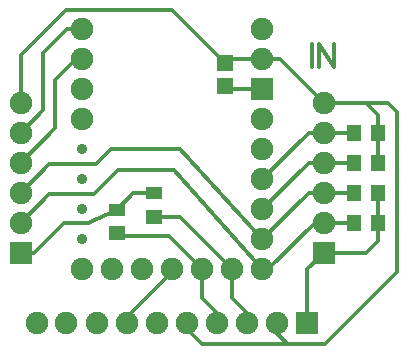
<source format=gtl>
G04 Layer: TopLayer*
G04 EasyEDA v6.5.51, 2025-11-05 22:01:50*
G04 5fc2a28f4a2a457aba051f804ec5b92e,7f41c4d4aa0246b98df4faf5fc11d5b9,10*
G04 Gerber Generator version 0.2*
G04 Scale: 100 percent, Rotated: No, Reflected: No *
G04 Dimensions in millimeters *
G04 leading zeros omitted , absolute positions ,4 integer and 5 decimal *
%FSLAX45Y45*%
%MOMM*%

%AMMACRO1*21,1,$1,$2,0,0,$3*%
%ADD10C,0.3500*%
%ADD11MACRO1,1.377X1.1325X-90.0000*%
%ADD12MACRO1,1.377X1.1325X0.0000*%
%ADD13R,1.3770X1.1325*%
%ADD14MACRO1,1.35X1.41X0.0000*%
%ADD15R,1.3500X1.4100*%
%ADD16R,0.0115X1.4100*%
%ADD17R,1.9000X1.9000*%
%ADD18C,1.9000*%
%ADD19C,0.9000*%

%LPD*%
D10*
X5372100Y13793978D02*
G01*
X5372100Y13600176D01*
X5433059Y13793978D02*
G01*
X5433059Y13600176D01*
X5433059Y13793978D02*
G01*
X5562345Y13600176D01*
X5562345Y13793978D02*
G01*
X5562345Y13600176D01*
X3721100Y12193524D02*
G01*
X3721100Y12166600D01*
X4165091Y12166600D01*
X4444745Y11886945D01*
X2908300Y12280900D02*
G01*
X3149600Y12522200D01*
X3530600Y12522200D01*
X3733800Y12725400D01*
X4203700Y12725400D01*
X4952745Y11886945D01*
X2908300Y12534900D02*
G01*
X3149600Y12776200D01*
X3543300Y12776200D01*
X3670300Y12903200D01*
X4254500Y12903200D01*
X4952745Y12140945D01*
X3721100Y12393599D02*
G01*
X3860800Y12533299D01*
X4038600Y12533299D01*
X4038600Y12333300D02*
G01*
X4252516Y12333300D01*
X4698763Y11887050D01*
X2908300Y13296900D02*
G01*
X2908300Y13703300D01*
X3289300Y14084300D01*
X4189399Y14084300D01*
X4635500Y13638199D01*
X2908300Y13042900D02*
G01*
X3098800Y13233400D01*
X3098800Y13716000D01*
X3301745Y13918945D01*
X3428745Y13918945D01*
X2908300Y12788900D02*
G01*
X3200400Y13081000D01*
X3200400Y13487400D01*
X3378052Y13665052D01*
X3428766Y13665052D01*
X5473700Y12026900D02*
G01*
X5334000Y11887200D01*
X5334000Y11430000D01*
X4952776Y12649045D02*
G01*
X5346631Y13042900D01*
X5473700Y13042900D01*
X4952776Y12395045D02*
G01*
X5346631Y12788900D01*
X5473700Y12788900D01*
X5929299Y12788900D02*
G01*
X5929299Y13042900D01*
X5929299Y13042900D01*
X5929299Y12534900D02*
G01*
X5929299Y12280900D01*
X5929299Y12280900D01*
X4635500Y13438200D02*
G01*
X4662647Y13411052D01*
X4952766Y13411052D01*
X4635500Y13638199D02*
G01*
X4662352Y13665052D01*
X4952766Y13665052D01*
X4952776Y12141045D02*
G01*
X5346631Y12534900D01*
X5473700Y12534900D01*
X4952776Y11887045D02*
G01*
X5003650Y11887045D01*
X5397505Y12280900D01*
X5473700Y12280900D01*
X5473700Y13296900D02*
G01*
X5105554Y13665045D01*
X4952776Y13665045D01*
X5473700Y13042900D02*
G01*
X5729300Y13042900D01*
X5473700Y12788900D02*
G01*
X5729300Y12788900D01*
X5473700Y12534900D02*
G01*
X5729300Y12534900D01*
X5473700Y12280900D02*
G01*
X5729300Y12280900D01*
X5929375Y12280900D02*
G01*
X5929375Y12126976D01*
X5829300Y12026900D01*
X5473700Y12026900D01*
X5473700Y13296900D02*
G01*
X5829300Y13296900D01*
X5929375Y13196824D01*
X5929375Y13042900D01*
X5473700Y13296900D02*
G01*
X6019800Y13296900D01*
X6096000Y13220700D01*
X6096000Y11861800D01*
X5486400Y11252200D01*
X5168900Y11252200D01*
X5080000Y11341100D01*
X5080000Y11430000D01*
X3721100Y12393676D02*
G01*
X3479800Y12280900D01*
X3276600Y12280900D01*
X3022600Y12026900D01*
X2908300Y12026900D01*
X4444745Y11886945D02*
G01*
X4444745Y11646154D01*
X4572000Y11518900D01*
X4572000Y11430000D01*
X4698745Y11886945D02*
G01*
X4698745Y11646154D01*
X4826000Y11518900D01*
X4826000Y11430000D01*
X4190745Y11886945D02*
G01*
X4190745Y11861545D01*
X3810000Y11480800D01*
X3810000Y11430000D01*
X4318000Y11430000D02*
G01*
X4318000Y11379200D01*
X4445000Y11252200D01*
X5168900Y11252200D01*
D11*
G01*
X5729295Y13042900D03*
G01*
X5929304Y13042900D03*
G01*
X5729295Y12788900D03*
G01*
X5929304Y12788900D03*
G01*
X5729295Y12280900D03*
G01*
X5929304Y12280900D03*
G01*
X5729295Y12534900D03*
G01*
X5929304Y12534900D03*
D12*
G01*
X3721100Y12193595D03*
D13*
G01*
X3721100Y12393599D03*
D12*
G01*
X4038600Y12333295D03*
D13*
G01*
X4038600Y12533299D03*
D14*
G01*
X4635500Y13638202D03*
D15*
G01*
X4635500Y13438200D03*
D17*
G01*
X5334000Y11430000D03*
D18*
G01*
X5080000Y11430000D03*
G01*
X4826000Y11430000D03*
G01*
X4572000Y11430000D03*
G01*
X3810000Y11430000D03*
G01*
X3556000Y11430000D03*
G01*
X4064000Y11430000D03*
G01*
X4318000Y11430000D03*
G01*
X3289300Y11430000D03*
G01*
X3048000Y11430000D03*
D17*
G01*
X5473700Y12026900D03*
D18*
G01*
X5473700Y12280900D03*
G01*
X5473700Y12534900D03*
G01*
X5473700Y12788900D03*
G01*
X5473700Y13042900D03*
G01*
X5473700Y13296900D03*
D17*
G01*
X2908300Y12026900D03*
D18*
G01*
X2908300Y12280900D03*
G01*
X2908300Y12534900D03*
G01*
X2908300Y12788900D03*
G01*
X2908300Y13042900D03*
G01*
X2908300Y13296900D03*
G01*
X3428771Y13919047D03*
G01*
X3428771Y13411047D03*
G01*
X3428771Y13157047D03*
D19*
G01*
X3428771Y12903047D03*
G01*
X3428771Y12649047D03*
G01*
X3428771Y12395047D03*
G01*
X3428771Y12141047D03*
D18*
G01*
X3428771Y11887047D03*
G01*
X3682771Y11887047D03*
G01*
X3428771Y13665047D03*
G01*
X3936771Y11887047D03*
G01*
X4190771Y11887047D03*
G01*
X4444771Y11887047D03*
G01*
X4698771Y11887047D03*
G01*
X4952771Y11887047D03*
G01*
X4952771Y12141047D03*
G01*
X4952771Y12395047D03*
G01*
X4952771Y12649047D03*
G01*
X4952771Y12903047D03*
G01*
X4952771Y13157047D03*
D17*
G01*
X4952771Y13411047D03*
D18*
G01*
X4952771Y13665047D03*
G01*
X4952771Y13919047D03*
M02*

</source>
